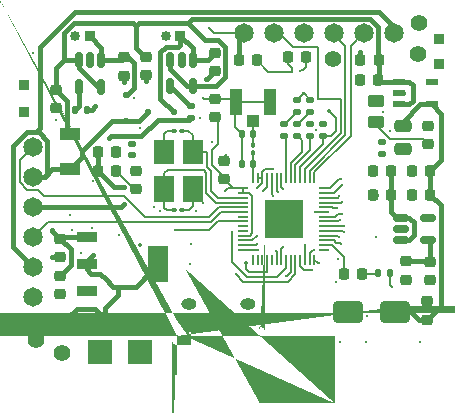
<source format=gbr>
%TF.GenerationSoftware,KiCad,Pcbnew,9.0.2*%
%TF.CreationDate,2025-07-25T10:59:27-07:00*%
%TF.ProjectId,OuterBoard_4.2,4f757465-7242-46f6-9172-645f342e322e,rev?*%
%TF.SameCoordinates,Original*%
%TF.FileFunction,Copper,L6,Bot*%
%TF.FilePolarity,Positive*%
%FSLAX46Y46*%
G04 Gerber Fmt 4.6, Leading zero omitted, Abs format (unit mm)*
G04 Created by KiCad (PCBNEW 9.0.2) date 2025-07-25 10:59:27*
%MOMM*%
%LPD*%
G01*
G04 APERTURE LIST*
G04 Aperture macros list*
%AMRoundRect*
0 Rectangle with rounded corners*
0 $1 Rounding radius*
0 $2 $3 $4 $5 $6 $7 $8 $9 X,Y pos of 4 corners*
0 Add a 4 corners polygon primitive as box body*
4,1,4,$2,$3,$4,$5,$6,$7,$8,$9,$2,$3,0*
0 Add four circle primitives for the rounded corners*
1,1,$1+$1,$2,$3*
1,1,$1+$1,$4,$5*
1,1,$1+$1,$6,$7*
1,1,$1+$1,$8,$9*
0 Add four rect primitives between the rounded corners*
20,1,$1+$1,$2,$3,$4,$5,0*
20,1,$1+$1,$4,$5,$6,$7,0*
20,1,$1+$1,$6,$7,$8,$9,0*
20,1,$1+$1,$8,$9,$2,$3,0*%
%AMFreePoly0*
4,1,123,1.203536,0.778536,1.205000,0.775000,1.205000,-0.775000,1.203536,-0.778536,1.200000,-0.780000,0.055000,-0.780000,0.054808,-0.779996,0.028808,-0.778996,0.028617,-0.778985,0.002617,-0.776985,0.002427,-0.776967,-0.023573,-0.773967,-0.023944,-0.773910,-0.049944,-0.768910,-0.050167,-0.768862,-0.075167,-0.762862,-0.075300,-0.762828,-0.101300,-0.755828,-0.101756,-0.755682,-0.125756,-0.746682,
-0.125923,-0.746615,-0.149923,-0.736615,-0.150083,-0.736545,-0.174083,-0.725545,-0.174460,-0.725353,-0.197460,-0.712353,-0.197684,-0.712218,-0.241684,-0.684218,-0.242030,-0.683977,-0.263030,-0.667977,-0.263238,-0.667810,-0.283238,-0.650810,-0.283439,-0.650630,-0.302439,-0.632630,-0.302630,-0.632439,-0.320630,-0.613439,-0.320810,-0.613238,-0.337810,-0.593238,-0.337977,-0.593030,-0.353977,-0.572030,
-0.354218,-0.571684,-0.382218,-0.527684,-0.382353,-0.527460,-0.395353,-0.504460,-0.395545,-0.504083,-0.406545,-0.480083,-0.406615,-0.479923,-0.416615,-0.455923,-0.416682,-0.455756,-0.425682,-0.431756,-0.425828,-0.431300,-0.432828,-0.405300,-0.432862,-0.405167,-0.438862,-0.380167,-0.438910,-0.379944,-0.443910,-0.353944,-0.443967,-0.353573,-0.446967,-0.327573,-0.446985,-0.327383,-0.448985,-0.301383,
-0.448996,-0.301192,-0.449996,-0.275192,-0.450000,-0.275000,-0.450000,0.275000,-0.449996,0.275192,-0.448996,0.301192,-0.448985,0.301383,-0.446985,0.327383,-0.446967,0.327573,-0.443967,0.353573,-0.443910,0.353944,-0.438910,0.379944,-0.438862,0.380167,-0.432862,0.405167,-0.432828,0.405300,-0.425828,0.431300,-0.425682,0.431756,-0.416682,0.455756,-0.416615,0.455923,-0.406615,0.479923,
-0.406545,0.480083,-0.395545,0.504083,-0.395353,0.504460,-0.382353,0.527460,-0.382218,0.527684,-0.354218,0.571684,-0.353977,0.572030,-0.337977,0.593030,-0.337810,0.593238,-0.320810,0.613238,-0.320630,0.613439,-0.302630,0.632439,-0.302439,0.632630,-0.283439,0.650630,-0.283238,0.650810,-0.263238,0.667810,-0.263030,0.667977,-0.242030,0.683977,-0.241684,0.684218,-0.197684,0.712218,
-0.197460,0.712353,-0.174460,0.725353,-0.174083,0.725545,-0.150083,0.736545,-0.149923,0.736615,-0.125923,0.746615,-0.125756,0.746682,-0.101756,0.755682,-0.101300,0.755828,-0.075300,0.762828,-0.075167,0.762862,-0.050167,0.768862,-0.049944,0.768910,-0.023944,0.773910,-0.023573,0.773967,0.002427,0.776967,0.002617,0.776985,0.028617,0.778985,0.028808,0.778996,0.054808,0.779996,
0.055000,0.780000,1.200000,0.780000,1.203536,0.778536,1.203536,0.778536,$1*%
%AMFreePoly1*
4,1,123,-0.054808,0.779996,-0.028808,0.778996,-0.028617,0.778985,-0.002617,0.776985,-0.002427,0.776967,0.023573,0.773967,0.023944,0.773910,0.049944,0.768910,0.050167,0.768862,0.075167,0.762862,0.075300,0.762828,0.101300,0.755828,0.101756,0.755682,0.125756,0.746682,0.125923,0.746615,0.149923,0.736615,0.150083,0.736545,0.174083,0.725545,0.174460,0.725353,0.197460,0.712353,
0.197684,0.712218,0.241684,0.684218,0.242030,0.683977,0.263030,0.667977,0.263238,0.667810,0.283238,0.650810,0.283439,0.650630,0.302439,0.632630,0.302630,0.632439,0.320630,0.613439,0.320810,0.613238,0.337810,0.593238,0.337977,0.593030,0.353977,0.572030,0.354218,0.571684,0.382218,0.527684,0.382353,0.527460,0.395353,0.504460,0.395545,0.504083,0.406545,0.480083,
0.406615,0.479923,0.416615,0.455923,0.416682,0.455756,0.425682,0.431756,0.425828,0.431300,0.432828,0.405300,0.432862,0.405167,0.438862,0.380167,0.438910,0.379944,0.443910,0.353944,0.443967,0.353573,0.446967,0.327573,0.446985,0.327383,0.448985,0.301383,0.448996,0.301192,0.449996,0.275192,0.450000,0.275000,0.450000,-0.275000,0.449996,-0.275192,0.448996,-0.301192,
0.448985,-0.301383,0.446985,-0.327383,0.446967,-0.327573,0.443967,-0.353573,0.443910,-0.353944,0.438910,-0.379944,0.438862,-0.380167,0.432862,-0.405167,0.432828,-0.405300,0.425828,-0.431300,0.425682,-0.431756,0.416682,-0.455756,0.416615,-0.455923,0.406615,-0.479923,0.406545,-0.480083,0.395545,-0.504083,0.395353,-0.504460,0.382353,-0.527460,0.382218,-0.527684,0.354218,-0.571684,
0.353977,-0.572030,0.337977,-0.593030,0.337810,-0.593238,0.320810,-0.613238,0.320630,-0.613439,0.302630,-0.632439,0.302439,-0.632630,0.283439,-0.650630,0.283238,-0.650810,0.263238,-0.667810,0.263030,-0.667977,0.242030,-0.683977,0.241684,-0.684218,0.197684,-0.712218,0.197460,-0.712353,0.174460,-0.725353,0.174083,-0.725545,0.150083,-0.736545,0.149923,-0.736615,0.125923,-0.746615,
0.125756,-0.746682,0.101756,-0.755682,0.101300,-0.755828,0.075300,-0.762828,0.075167,-0.762862,0.050167,-0.768862,0.049944,-0.768910,0.023944,-0.773910,0.023573,-0.773967,-0.002427,-0.776967,-0.002617,-0.776985,-0.028617,-0.778985,-0.028808,-0.778996,-0.054808,-0.779996,-0.055000,-0.780000,-1.200000,-0.780000,-1.203536,-0.778536,-1.205000,-0.775000,-1.205000,0.775000,-1.203536,0.778536,
-1.200000,0.780000,-0.055000,0.780000,-0.054808,0.779996,-0.054808,0.779996,$1*%
G04 Aperture macros list end*
%TA.AperFunction,ComponentPad*%
%ADD10C,1.408000*%
%TD*%
%TA.AperFunction,ComponentPad*%
%ADD11C,1.650000*%
%TD*%
%TA.AperFunction,ComponentPad*%
%ADD12R,0.850000X0.850000*%
%TD*%
%TA.AperFunction,ComponentPad*%
%ADD13R,2.000000X2.000000*%
%TD*%
%TA.AperFunction,ComponentPad*%
%ADD14C,0.850000*%
%TD*%
%TA.AperFunction,ComponentPad*%
%ADD15FreePoly0,0.000000*%
%TD*%
%TA.AperFunction,ComponentPad*%
%ADD16FreePoly1,0.000000*%
%TD*%
%TA.AperFunction,ComponentPad*%
%ADD17O,1.300000X0.950000*%
%TD*%
%TA.AperFunction,SMDPad,CuDef*%
%ADD18RoundRect,0.225000X-0.225000X-0.250000X0.225000X-0.250000X0.225000X0.250000X-0.225000X0.250000X0*%
%TD*%
%TA.AperFunction,SMDPad,CuDef*%
%ADD19RoundRect,0.225000X0.225000X0.250000X-0.225000X0.250000X-0.225000X-0.250000X0.225000X-0.250000X0*%
%TD*%
%TA.AperFunction,SMDPad,CuDef*%
%ADD20RoundRect,0.100000X0.130000X0.100000X-0.130000X0.100000X-0.130000X-0.100000X0.130000X-0.100000X0*%
%TD*%
%TA.AperFunction,SMDPad,CuDef*%
%ADD21RoundRect,0.225000X-0.250000X0.225000X-0.250000X-0.225000X0.250000X-0.225000X0.250000X0.225000X0*%
%TD*%
%TA.AperFunction,SMDPad,CuDef*%
%ADD22RoundRect,0.225000X0.250000X-0.225000X0.250000X0.225000X-0.250000X0.225000X-0.250000X-0.225000X0*%
%TD*%
%TA.AperFunction,SMDPad,CuDef*%
%ADD23R,1.050000X2.200000*%
%TD*%
%TA.AperFunction,SMDPad,CuDef*%
%ADD24R,1.050000X1.000000*%
%TD*%
%TA.AperFunction,SMDPad,CuDef*%
%ADD25R,1.803400X1.117600*%
%TD*%
%TA.AperFunction,SMDPad,CuDef*%
%ADD26RoundRect,0.250000X-0.475000X0.250000X-0.475000X-0.250000X0.475000X-0.250000X0.475000X0.250000X0*%
%TD*%
%TA.AperFunction,SMDPad,CuDef*%
%ADD27RoundRect,0.150000X-0.150000X0.512500X-0.150000X-0.512500X0.150000X-0.512500X0.150000X0.512500X0*%
%TD*%
%TA.AperFunction,SMDPad,CuDef*%
%ADD28RoundRect,0.100000X-0.130000X-0.100000X0.130000X-0.100000X0.130000X0.100000X-0.130000X0.100000X0*%
%TD*%
%TA.AperFunction,SMDPad,CuDef*%
%ADD29RoundRect,0.135000X0.185000X-0.135000X0.185000X0.135000X-0.185000X0.135000X-0.185000X-0.135000X0*%
%TD*%
%TA.AperFunction,SMDPad,CuDef*%
%ADD30R,1.000000X0.599999*%
%TD*%
%TA.AperFunction,SMDPad,CuDef*%
%ADD31RoundRect,0.250000X-1.000000X-0.650000X1.000000X-0.650000X1.000000X0.650000X-1.000000X0.650000X0*%
%TD*%
%TA.AperFunction,SMDPad,CuDef*%
%ADD32RoundRect,0.218750X-0.218750X-0.256250X0.218750X-0.256250X0.218750X0.256250X-0.218750X0.256250X0*%
%TD*%
%TA.AperFunction,SMDPad,CuDef*%
%ADD33R,1.761200X0.850800*%
%TD*%
%TA.AperFunction,SMDPad,CuDef*%
%ADD34R,1.761200X3.150799*%
%TD*%
%TA.AperFunction,SMDPad,CuDef*%
%ADD35RoundRect,0.125000X-0.125000X-0.125000X0.125000X-0.125000X0.125000X0.125000X-0.125000X0.125000X0*%
%TD*%
%TA.AperFunction,SMDPad,CuDef*%
%ADD36RoundRect,0.135000X-0.185000X0.135000X-0.185000X-0.135000X0.185000X-0.135000X0.185000X0.135000X0*%
%TD*%
%TA.AperFunction,SMDPad,CuDef*%
%ADD37RoundRect,0.140000X0.170000X-0.140000X0.170000X0.140000X-0.170000X0.140000X-0.170000X-0.140000X0*%
%TD*%
%TA.AperFunction,SMDPad,CuDef*%
%ADD38RoundRect,0.250000X-0.450000X0.262500X-0.450000X-0.262500X0.450000X-0.262500X0.450000X0.262500X0*%
%TD*%
%TA.AperFunction,SMDPad,CuDef*%
%ADD39RoundRect,0.125000X0.125000X-0.125000X0.125000X0.125000X-0.125000X0.125000X-0.125000X-0.125000X0*%
%TD*%
%TA.AperFunction,SMDPad,CuDef*%
%ADD40RoundRect,0.100000X0.100000X-0.130000X0.100000X0.130000X-0.100000X0.130000X-0.100000X-0.130000X0*%
%TD*%
%TA.AperFunction,SMDPad,CuDef*%
%ADD41RoundRect,0.135000X-0.135000X-0.185000X0.135000X-0.185000X0.135000X0.185000X-0.135000X0.185000X0*%
%TD*%
%TA.AperFunction,SMDPad,CuDef*%
%ADD42R,1.682000X2.294000*%
%TD*%
%TA.AperFunction,SMDPad,CuDef*%
%ADD43R,1.682000X2.040000*%
%TD*%
%TA.AperFunction,SMDPad,CuDef*%
%ADD44RoundRect,0.140000X0.140000X0.170000X-0.140000X0.170000X-0.140000X-0.170000X0.140000X-0.170000X0*%
%TD*%
%TA.AperFunction,SMDPad,CuDef*%
%ADD45RoundRect,0.150000X-0.512500X-0.150000X0.512500X-0.150000X0.512500X0.150000X-0.512500X0.150000X0*%
%TD*%
%TA.AperFunction,SMDPad,CuDef*%
%ADD46RoundRect,0.050000X-0.050000X0.387500X-0.050000X-0.387500X0.050000X-0.387500X0.050000X0.387500X0*%
%TD*%
%TA.AperFunction,SMDPad,CuDef*%
%ADD47RoundRect,0.050000X-0.387500X0.050000X-0.387500X-0.050000X0.387500X-0.050000X0.387500X0.050000X0*%
%TD*%
%TA.AperFunction,HeatsinkPad*%
%ADD48R,3.200000X3.200000*%
%TD*%
%TA.AperFunction,ViaPad*%
%ADD49C,0.300000*%
%TD*%
%TA.AperFunction,ViaPad*%
%ADD50C,0.350000*%
%TD*%
%TA.AperFunction,Conductor*%
%ADD51C,0.400000*%
%TD*%
%TA.AperFunction,Conductor*%
%ADD52C,0.200000*%
%TD*%
G04 APERTURE END LIST*
D10*
%TO.P,J7,1,1*%
%TO.N,D4{slash}I2C_SDA*%
X151650000Y-76710000D03*
%TD*%
D11*
%TO.P,J2,1*%
%TO.N,GND*%
X136800000Y-77500000D03*
%TO.P,J2,2*%
%TO.N,D8{slash}A8{slash}SCK*%
X139340000Y-77500000D03*
%TO.P,J2,3*%
%TO.N,GPIO34{slash}FSPICSO*%
X141880000Y-77500000D03*
%TO.P,J2,4*%
%TO.N,D9{slash}A9{slash}MISO*%
X144420000Y-77500000D03*
%TO.P,J2,5*%
%TO.N,D10{slash}A10{slash}MOSI*%
X146960000Y-77500000D03*
%TO.P,J2,6*%
%TO.N,VAA*%
X149500000Y-77500000D03*
%TD*%
D10*
%TO.P,J8,1,1*%
%TO.N,GND*%
X121370000Y-104620000D03*
%TD*%
D12*
%TO.P,TP3,1,1*%
%TO.N,D1{slash}A1*%
X118220000Y-84170000D03*
%TD*%
%TO.P,TP5,1,1*%
%TO.N,D0{slash}A0*%
X118210000Y-81930000D03*
%TD*%
D10*
%TO.P,J5,1,1*%
%TO.N,+3.3V*%
X119200000Y-103470000D03*
%TD*%
D13*
%TO.P,TP1,1,1*%
%TO.N,Net-(D1-K)*%
X124620000Y-104540000D03*
%TD*%
D12*
%TO.P,TP6,1,1*%
%TO.N,GND*%
X153370000Y-80170000D03*
%TD*%
%TO.P,J3,1,1*%
%TO.N,+BATT1*%
X123750000Y-77770000D03*
D14*
%TO.P,J3,2,2*%
%TO.N,GNDPWR*%
X122500000Y-77770000D03*
%TD*%
D10*
%TO.P,J9,1,1*%
%TO.N,D5{slash}I2C_SCL*%
X151550000Y-79290000D03*
%TD*%
D12*
%TO.P,J4,1,1*%
%TO.N,+BATT2*%
X131440000Y-77740000D03*
D14*
%TO.P,J4,2,2*%
%TO.N,GNDPWR*%
X130190000Y-77740000D03*
%TD*%
D13*
%TO.P,TP2,1,1*%
%TO.N,Net-(D2-K)*%
X128030000Y-104540000D03*
%TD*%
D12*
%TO.P,TP4,1,1*%
%TO.N,+3.3V*%
X153310000Y-78030000D03*
%TD*%
D15*
%TO.P,J6,SH1,SHIELD*%
%TO.N,unconnected-(J6-SHIELD-PadSH1)*%
X131150000Y-103140000D03*
D16*
%TO.P,J6,SH4,SHIELD__3*%
%TO.N,unconnected-(J6-SHIELD__3-PadSH4)*%
X138150000Y-103140000D03*
D17*
%TO.P,J6,SH5,SHIELD__4*%
%TO.N,unconnected-(J6-SHIELD__4-PadSH5)*%
X132150000Y-100440000D03*
%TO.P,J6,SH6,SHIELD__5*%
%TO.N,unconnected-(J6-SHIELD__5-PadSH6)*%
X137150000Y-100440000D03*
%TD*%
D10*
%TO.P,J11,1,1*%
%TO.N,GND*%
X144360000Y-79710000D03*
%TD*%
D11*
%TO.P,J1,1*%
%TO.N,GNDPWR*%
X118940000Y-99830000D03*
%TO.P,J1,2*%
%TO.N,VAA*%
X118940000Y-97290000D03*
%TO.P,J1,3*%
%TO.N,GPIO45*%
X118940000Y-94750000D03*
%TO.P,J1,4*%
%TO.N,GNDPWR*%
X118940000Y-92210000D03*
%TO.P,J1,5*%
%TO.N,VAA*%
X118940000Y-89670000D03*
%TO.P,J1,6*%
%TO.N,GPIO46*%
X118940000Y-87130000D03*
%TD*%
D18*
%TO.P,C16,1*%
%TO.N,+3.3V*%
X121765000Y-101750000D03*
%TO.P,C16,2*%
%TO.N,GND*%
X123315000Y-101750000D03*
%TD*%
D19*
%TO.P,C27,1*%
%TO.N,+2V8*%
X152600000Y-91200000D03*
%TO.P,C27,2*%
%TO.N,GND*%
X151050000Y-91200000D03*
%TD*%
D20*
%TO.P,C43,1*%
%TO.N,Net-(U9-XTAL_P)*%
X131575000Y-85820000D03*
%TO.P,C43,2*%
%TO.N,GND*%
X130935000Y-85820000D03*
%TD*%
D21*
%TO.P,C7,1*%
%TO.N,VDC*%
X128550000Y-79560000D03*
%TO.P,C7,2*%
%TO.N,GND*%
X128550000Y-81110000D03*
%TD*%
D22*
%TO.P,C9,1*%
%TO.N,+2V8*%
X152320000Y-101785000D03*
%TO.P,C9,2*%
%TO.N,GND*%
X152320000Y-100235000D03*
%TD*%
%TO.P,C40,1*%
%TO.N,+3.3V*%
X127640000Y-90720000D03*
%TO.P,C40,2*%
%TO.N,GND*%
X127640000Y-89170000D03*
%TD*%
D23*
%TO.P,ANT1,GND1*%
%TO.N,GND*%
X139060600Y-83399800D03*
%TO.P,ANT1,GND2*%
X136110600Y-83399800D03*
D24*
%TO.P,ANT1,SIG*%
%TO.N,Net-(ANT1-PadSIG)*%
X137585600Y-84924800D03*
%TD*%
D22*
%TO.P,C39,1*%
%TO.N,+3.3V*%
X134340000Y-84655000D03*
%TO.P,C39,2*%
%TO.N,GND*%
X134340000Y-83105000D03*
%TD*%
D25*
%TO.P,F1,1,1*%
%TO.N,VDC*%
X122070000Y-86071400D03*
%TO.P,F1,2,2*%
%TO.N,VAA*%
X122070000Y-89068600D03*
%TD*%
D21*
%TO.P,C24,1*%
%TO.N,+1V8*%
X150550000Y-96860000D03*
%TO.P,C24,2*%
%TO.N,GND*%
X150550000Y-98410000D03*
%TD*%
D19*
%TO.P,C20,1*%
%TO.N,VDC*%
X148175000Y-81530000D03*
%TO.P,C20,2*%
%TO.N,GND*%
X146625000Y-81530000D03*
%TD*%
%TO.P,C21,1*%
%TO.N,VDC*%
X149295000Y-91190000D03*
%TO.P,C21,2*%
%TO.N,GND*%
X147745000Y-91190000D03*
%TD*%
D26*
%TO.P,FB1,1*%
%TO.N,+2V8*%
X150260000Y-85400000D03*
%TO.P,FB1,2*%
%TO.N,Net-(FB1-Pad2)*%
X150260000Y-87300000D03*
%TD*%
D22*
%TO.P,C37,1*%
%TO.N,+3.3V*%
X135110000Y-89875000D03*
%TO.P,C37,2*%
%TO.N,GND*%
X135110000Y-88325000D03*
%TD*%
D27*
%TO.P,U3,1,CE*%
%TO.N,VDC*%
X130590000Y-79762500D03*
%TO.P,U3,2,V_{SS}*%
%TO.N,GNDPWR*%
X131540000Y-79762500D03*
%TO.P,U3,3,V_{BAT}*%
%TO.N,+BATT2*%
X132490000Y-79762500D03*
%TO.P,U3,4,V_{DD}*%
%TO.N,VDC*%
X132490000Y-82037500D03*
%TO.P,U3,5,PROG*%
%TO.N,Net-(U3-PROG)*%
X130590000Y-82037500D03*
%TD*%
D21*
%TO.P,C11,1*%
%TO.N,VDC*%
X121270000Y-94915000D03*
%TO.P,C11,2*%
%TO.N,GND*%
X121270000Y-96465000D03*
%TD*%
%TO.P,C8,1*%
%TO.N,+BATT2*%
X134350000Y-79195000D03*
%TO.P,C8,2*%
%TO.N,GNDPWR*%
X134350000Y-80745000D03*
%TD*%
D28*
%TO.P,C45,1*%
%TO.N,Net-(U9-XTAL_N)*%
X130930000Y-92500000D03*
%TO.P,C45,2*%
%TO.N,GND*%
X131570000Y-92500000D03*
%TD*%
D29*
%TO.P,R3,1*%
%TO.N,D3{slash}A3*%
X141340000Y-86200000D03*
%TO.P,R3,2*%
%TO.N,BNO_SCL*%
X141340000Y-85180000D03*
%TD*%
D30*
%TO.P,U7,1,IN*%
%TO.N,VDC*%
X149954999Y-83550001D03*
%TO.P,U7,2,GND*%
%TO.N,GND*%
X149954999Y-82600000D03*
%TO.P,U7,3,EN*%
%TO.N,VDC*%
X149954999Y-81650002D03*
%TO.P,U7,4,NC*%
%TO.N,unconnected-(U7-NC-Pad4)*%
X152704999Y-81650002D03*
%TO.P,U7,5,OUT*%
%TO.N,+2V8*%
X152704999Y-83550001D03*
%TD*%
D31*
%TO.P,D7,1,K*%
%TO.N,Net-(D7-K)*%
X145600000Y-101130000D03*
%TO.P,D7,2,A*%
%TO.N,+2V8*%
X149600000Y-101130000D03*
%TD*%
D29*
%TO.P,R20,1*%
%TO.N,D5{slash}I2C_SCL*%
X143510000Y-86210000D03*
%TO.P,R20,2*%
%TO.N,BNO_RST*%
X143510000Y-85190000D03*
%TD*%
D32*
%TO.P,D9,1,K*%
%TO.N,IO21{slash}USER_LED*%
X145265000Y-97910000D03*
%TO.P,D9,2,A*%
%TO.N,Net-(D9-A)*%
X146840000Y-97910000D03*
%TD*%
D33*
%TO.P,U4,1,ADJ/GND*%
%TO.N,GND*%
X123505000Y-99400000D03*
%TO.P,U4,2,OUTPUT*%
%TO.N,+3.3V*%
X123505000Y-97100000D03*
%TO.P,U4,3,INPUT*%
%TO.N,VDC*%
X123505000Y-94800000D03*
D34*
%TO.P,U4,4,VOUT*%
%TO.N,+3.3V*%
X129555000Y-97100000D03*
%TD*%
D21*
%TO.P,C4,1*%
%TO.N,+BATT1*%
X126660000Y-79575000D03*
%TO.P,C4,2*%
%TO.N,GNDPWR*%
X126660000Y-81125000D03*
%TD*%
%TO.P,C26,1*%
%TO.N,+1V8*%
X152560000Y-96870000D03*
%TO.P,C26,2*%
%TO.N,GND*%
X152560000Y-98420000D03*
%TD*%
D35*
%TO.P,D11,1,K*%
%TO.N,VAA*%
X128682500Y-84210000D03*
%TO.P,D11,2,A*%
%TO.N,+BATT2*%
X130882500Y-84210000D03*
%TD*%
D36*
%TO.P,R4,1*%
%TO.N,Net-(U3-PROG)*%
X132330000Y-83710000D03*
%TO.P,R4,2*%
%TO.N,GNDPWR*%
X132330000Y-84730000D03*
%TD*%
D29*
%TO.P,R5,1*%
%TO.N,Net-(J10-Pad17)*%
X148470000Y-87790000D03*
%TO.P,R5,2*%
%TO.N,GND*%
X148470000Y-86770000D03*
%TD*%
D19*
%TO.P,C25,1*%
%TO.N,+2V8*%
X152600000Y-89190000D03*
%TO.P,C25,2*%
%TO.N,GND*%
X151050000Y-89190000D03*
%TD*%
D37*
%TO.P,C41,1*%
%TO.N,+3.3V*%
X127350000Y-87860000D03*
%TO.P,C41,2*%
%TO.N,GND*%
X127350000Y-86900000D03*
%TD*%
D19*
%TO.P,C36,1*%
%TO.N,+3.3V*%
X125980000Y-89200000D03*
%TO.P,C36,2*%
%TO.N,GND*%
X124430000Y-89200000D03*
%TD*%
%TO.P,C18,1*%
%TO.N,+3.3V*%
X137945000Y-79840000D03*
%TO.P,C18,2*%
%TO.N,GND*%
X136395000Y-79840000D03*
%TD*%
D38*
%TO.P,R10,1*%
%TO.N,+3.3V*%
X148000000Y-83257500D03*
%TO.P,R10,2*%
%TO.N,CAM_RESET*%
X148000000Y-85082500D03*
%TD*%
D19*
%TO.P,C22,1*%
%TO.N,VDC*%
X148220000Y-79820000D03*
%TO.P,C22,2*%
%TO.N,GND*%
X146670000Y-79820000D03*
%TD*%
D39*
%TO.P,D10,1,K*%
%TO.N,VAA*%
X126870000Y-84987500D03*
%TO.P,D10,2,A*%
%TO.N,+BATT1*%
X126870000Y-82787500D03*
%TD*%
D40*
%TO.P,L1,1,1*%
%TO.N,Net-(U9-LNA_IN)*%
X137585600Y-87644800D03*
%TO.P,L1,2,2*%
%TO.N,Net-(ANT1-PadSIG)*%
X137585600Y-87004800D03*
%TD*%
D41*
%TO.P,R15,1*%
%TO.N,Net-(D9-A)*%
X148202500Y-97850000D03*
%TO.P,R15,2*%
%TO.N,+3.3V*%
X149222500Y-97850000D03*
%TD*%
D42*
%TO.P,Y2,1,1*%
%TO.N,Net-(U9-XTAL_N)*%
X130078000Y-90747000D03*
D43*
%TO.P,Y2,2,GND*%
%TO.N,GND*%
X130078000Y-87580000D03*
%TO.P,Y2,3,3*%
%TO.N,Net-(U9-XTAL_P)*%
X132460000Y-87580000D03*
D42*
%TO.P,Y2,4,GND*%
%TO.N,GND*%
X132460000Y-90747000D03*
%TD*%
D29*
%TO.P,R2,1*%
%TO.N,D4{slash}I2C_SDA*%
X142410000Y-86210000D03*
%TO.P,R2,2*%
%TO.N,BNO_INT*%
X142410000Y-85190000D03*
%TD*%
D44*
%TO.P,C35,1*%
%TO.N,Net-(U9-LNA_IN)*%
X137580000Y-88580000D03*
%TO.P,C35,2*%
%TO.N,GND*%
X136620000Y-88580000D03*
%TD*%
D45*
%TO.P,U5,1,VIN*%
%TO.N,VDC*%
X150122500Y-95040000D03*
%TO.P,U5,2,GND*%
%TO.N,GND*%
X150122500Y-94090000D03*
%TO.P,U5,3,EN*%
%TO.N,VDC*%
X150122500Y-93140000D03*
%TO.P,U5,4,NC*%
%TO.N,unconnected-(U5-NC-Pad4)*%
X152397500Y-93140000D03*
%TO.P,U5,5,VOUT*%
%TO.N,+1V8*%
X152397500Y-95040000D03*
%TD*%
D21*
%TO.P,C10,1*%
%TO.N,VDC*%
X121200000Y-98095000D03*
%TO.P,C10,2*%
%TO.N,GND*%
X121200000Y-99645000D03*
%TD*%
D41*
%TO.P,R1,1*%
%TO.N,Net-(U1-PROG)*%
X122510000Y-84050000D03*
%TO.P,R1,2*%
%TO.N,GNDPWR*%
X123530000Y-84050000D03*
%TD*%
D21*
%TO.P,C3,1*%
%TO.N,VDC*%
X120890000Y-82300000D03*
%TO.P,C3,2*%
%TO.N,GND*%
X120890000Y-83850000D03*
%TD*%
D19*
%TO.P,C19,1*%
%TO.N,VDC*%
X149280000Y-89220000D03*
%TO.P,C19,2*%
%TO.N,GND*%
X147730000Y-89220000D03*
%TD*%
D18*
%TO.P,C17,1*%
%TO.N,+3.3V*%
X140510000Y-79550000D03*
%TO.P,C17,2*%
%TO.N,GND*%
X142060000Y-79550000D03*
%TD*%
D29*
%TO.P,R19,1*%
%TO.N,D2{slash}A2*%
X140230000Y-86200000D03*
%TO.P,R19,2*%
%TO.N,BNO_SDA*%
X140230000Y-85180000D03*
%TD*%
D18*
%TO.P,C13,1*%
%TO.N,+3.3V*%
X125100000Y-101770000D03*
%TO.P,C13,2*%
%TO.N,GND*%
X126650000Y-101770000D03*
%TD*%
D27*
%TO.P,U1,1,CE*%
%TO.N,VDC*%
X122840000Y-79772500D03*
%TO.P,U1,2,V_{SS}*%
%TO.N,GNDPWR*%
X123790000Y-79772500D03*
%TO.P,U1,3,V_{BAT}*%
%TO.N,+BATT1*%
X124740000Y-79772500D03*
%TO.P,U1,4,V_{DD}*%
%TO.N,VDC*%
X124740000Y-82047500D03*
%TO.P,U1,5,PROG*%
%TO.N,Net-(U1-PROG)*%
X122840000Y-82047500D03*
%TD*%
D44*
%TO.P,C33,1*%
%TO.N,Net-(ANT1-PadSIG)*%
X137590000Y-86064800D03*
%TO.P,C33,2*%
%TO.N,GND*%
X136630000Y-86064800D03*
%TD*%
D36*
%TO.P,R12,1*%
%TO.N,+3.3V*%
X141320000Y-83170000D03*
%TO.P,R12,2*%
%TO.N,BNO_SDA*%
X141320000Y-84190000D03*
%TD*%
D19*
%TO.P,C34,1*%
%TO.N,+3.3V*%
X125995000Y-87570000D03*
%TO.P,C34,2*%
%TO.N,GND*%
X124445000Y-87570000D03*
%TD*%
D36*
%TO.P,R11,1*%
%TO.N,+3.3V*%
X142440000Y-83190000D03*
%TO.P,R11,2*%
%TO.N,BNO_SCL*%
X142440000Y-84210000D03*
%TD*%
D22*
%TO.P,C15,1*%
%TO.N,CAM_RESET*%
X152430000Y-86925000D03*
%TO.P,C15,2*%
%TO.N,GND*%
X152430000Y-85375000D03*
%TD*%
D46*
%TO.P,U9,1,LNA_IN*%
%TO.N,Net-(U9-LNA_IN)*%
X137580000Y-89832500D03*
%TO.P,U9,2,VDD3P3*%
%TO.N,Net-(C38-Pad1)*%
X137980000Y-89832500D03*
%TO.P,U9,3,VDD3P3*%
X138380000Y-89832500D03*
%TO.P,U9,4,CHIP_PU*%
%TO.N,CHIP_EN*%
X138780000Y-89832500D03*
%TO.P,U9,5,GPIO0*%
%TO.N,GPIO0*%
X139180000Y-89832500D03*
%TO.P,U9,6,GPIO1*%
%TO.N,D0{slash}A0*%
X139580000Y-89832500D03*
%TO.P,U9,7,GPIO2*%
%TO.N,D1{slash}A1*%
X139980000Y-89832500D03*
%TO.P,U9,8,GPIO3*%
%TO.N,D2{slash}A2*%
X140380000Y-89832500D03*
%TO.P,U9,9,GPIO4*%
%TO.N,D3{slash}A3*%
X140780000Y-89832500D03*
%TO.P,U9,10,GPIO5*%
%TO.N,D4{slash}I2C_SDA*%
X141180000Y-89832500D03*
%TO.P,U9,11,GPIO6*%
%TO.N,D5{slash}I2C_SCL*%
X141580000Y-89832500D03*
%TO.P,U9,12,GPIO7*%
%TO.N,D8{slash}A8{slash}SCK*%
X141980000Y-89832500D03*
%TO.P,U9,13,GPIO8*%
%TO.N,D9{slash}A9{slash}MISO*%
X142380000Y-89832500D03*
%TO.P,U9,14,GPIO9*%
%TO.N,D10{slash}A10{slash}MOSI*%
X142780000Y-89832500D03*
D47*
%TO.P,U9,15,GPIO10*%
%TO.N,IO10{slash}XMCLK*%
X143617500Y-90670000D03*
%TO.P,U9,16,GPIO11*%
%TO.N,IO11{slash}DVP_Y8*%
X143617500Y-91070000D03*
%TO.P,U9,17,GPIO12*%
%TO.N,IO12{slash}DVP_Y7*%
X143617500Y-91470000D03*
%TO.P,U9,18,GPIO13*%
%TO.N,IO13{slash}DVP_PCLK*%
X143617500Y-91870000D03*
%TO.P,U9,19,GPIO14*%
%TO.N,IO14{slash}DVP_Y6*%
X143617500Y-92270000D03*
%TO.P,U9,20,VDD3P3_RTC*%
%TO.N,+3.3V*%
X143617500Y-92670000D03*
%TO.P,U9,21,XTAL_32K_P*%
%TO.N,IO15{slash}DVP_Y2*%
X143617500Y-93070000D03*
%TO.P,U9,22,XTAL_32K_N*%
%TO.N,IO16{slash}DVP_Y5*%
X143617500Y-93470000D03*
%TO.P,U9,23,GPIO17*%
%TO.N,IO17{slash}DVP_Y3*%
X143617500Y-93870000D03*
%TO.P,U9,24,GPIO18*%
%TO.N,IO18{slash}DVP_Y4*%
X143617500Y-94270000D03*
%TO.P,U9,25,GPIO19*%
%TO.N,USB_DN*%
X143617500Y-94670000D03*
%TO.P,U9,26,GPIO20*%
%TO.N,USB_DP*%
X143617500Y-95070000D03*
%TO.P,U9,27,GPIO21*%
%TO.N,IO21{slash}USER_LED*%
X143617500Y-95470000D03*
%TO.P,U9,28,SPICS1*%
%TO.N,unconnected-(U9-SPICS1-Pad28)*%
X143617500Y-95870000D03*
D46*
%TO.P,U9,29,VDD_SPI*%
%TO.N,VDD_SPI*%
X142780000Y-96707500D03*
%TO.P,U9,30,SPIHD*%
%TO.N,SPIHD*%
X142380000Y-96707500D03*
%TO.P,U9,31,SPIWP*%
%TO.N,SPIWP*%
X141980000Y-96707500D03*
%TO.P,U9,32,SPICS0*%
%TO.N,SPICS0*%
X141580000Y-96707500D03*
%TO.P,U9,33,SPICLK*%
%TO.N,SPICLK*%
X141180000Y-96707500D03*
%TO.P,U9,34,SPIQ*%
%TO.N,SPIQ*%
X140780000Y-96707500D03*
%TO.P,U9,35,SPID*%
%TO.N,SPID*%
X140380000Y-96707500D03*
%TO.P,U9,36,SPICLK_N*%
%TO.N,IO48{slash}DVP_Y9*%
X139980000Y-96707500D03*
%TO.P,U9,37,SPICLK_P*%
%TO.N,IO47{slash}DVP_HREF*%
X139580000Y-96707500D03*
%TO.P,U9,38,GPIO33*%
%TO.N,GPIO33*%
X139180000Y-96707500D03*
%TO.P,U9,39,GPIO34*%
%TO.N,GPIO34{slash}FSPICSO*%
X138780000Y-96707500D03*
%TO.P,U9,40,GPIO35*%
%TO.N,GPIO35*%
X138380000Y-96707500D03*
%TO.P,U9,41,GPIO36*%
%TO.N,GPIO36*%
X137980000Y-96707500D03*
%TO.P,U9,42,GPIO37*%
%TO.N,GPIO37*%
X137580000Y-96707500D03*
D47*
%TO.P,U9,43,GPIO38*%
%TO.N,IO38{slash}DVP_VSYNC*%
X136742500Y-95870000D03*
%TO.P,U9,44,MTCK*%
%TO.N,MTCK{slash}IO39{slash}CAM_SCL*%
X136742500Y-95470000D03*
%TO.P,U9,45,MTDO*%
%TO.N,MTDO{slash}IO40{slash}CAM_SDA*%
X136742500Y-95070000D03*
%TO.P,U9,46,VDD3P3_CPU*%
%TO.N,+3.3V*%
X136742500Y-94670000D03*
%TO.P,U9,47,MTDI*%
%TO.N,MTDI{slash}IO41{slash}PDM_DATA*%
X136742500Y-94270000D03*
%TO.P,U9,48,MTMS*%
%TO.N,MTMS{slash}IO42{slash}PDM_CLK*%
X136742500Y-93870000D03*
%TO.P,U9,49,U0TXD*%
%TO.N,Net-(U9-U0TXD)*%
X136742500Y-93470000D03*
%TO.P,U9,50,U0RXD*%
%TO.N,RX_D7*%
X136742500Y-93070000D03*
%TO.P,U9,51,GPIO45*%
%TO.N,GPIO45*%
X136742500Y-92670000D03*
%TO.P,U9,52,GPIO46*%
%TO.N,GPIO46*%
X136742500Y-92270000D03*
%TO.P,U9,53,XTAL_N*%
%TO.N,Net-(U9-XTAL_N)*%
X136742500Y-91870000D03*
%TO.P,U9,54,XTAL_P*%
%TO.N,Net-(U9-XTAL_P)*%
X136742500Y-91470000D03*
%TO.P,U9,55,VDDA*%
%TO.N,+3.3V*%
X136742500Y-91070000D03*
%TO.P,U9,56,VDDA*%
X136742500Y-90670000D03*
D48*
%TO.P,U9,57,GND*%
%TO.N,GND*%
X140180000Y-93270000D03*
%TD*%
D49*
%TO.N,GND*%
X150257000Y-82600000D03*
D50*
X128000000Y-95500000D03*
D49*
X146620000Y-81530000D03*
X141572200Y-93995000D03*
X152560000Y-98420000D03*
X151680000Y-103640000D03*
X136630000Y-88560000D03*
X136630000Y-86070000D03*
X127530000Y-83050000D03*
X147990000Y-91190000D03*
X126650000Y-90550000D03*
X141520000Y-93250000D03*
X151050000Y-89190000D03*
X130078000Y-87580000D03*
X135940000Y-101650000D03*
X133330000Y-91950000D03*
X148010000Y-94780000D03*
X132270000Y-97050000D03*
X144600000Y-98600000D03*
X120939998Y-99645000D03*
X144756624Y-96658376D03*
X123970000Y-93999598D03*
X152330000Y-100230000D03*
X133370000Y-83060000D03*
X147949002Y-89220000D03*
X133850000Y-77120000D03*
X127342038Y-86909301D03*
X120880000Y-83850000D03*
X126660000Y-101760000D03*
X123520000Y-99400000D03*
X150540000Y-98410000D03*
X135296200Y-87806200D03*
X148480000Y-86770000D03*
X132360000Y-95410000D03*
X120590000Y-96450000D03*
X150110000Y-94080000D03*
X141560000Y-80760000D03*
X151050000Y-91200000D03*
X129220000Y-92280000D03*
X122980000Y-96120000D03*
X144910000Y-103640000D03*
X118965000Y-79250000D03*
X128550000Y-81600000D03*
X147150000Y-103660000D03*
X140770000Y-94540000D03*
X127780000Y-89331202D03*
X146680000Y-79110000D03*
X140370000Y-103640000D03*
X133370000Y-83060000D03*
X123320000Y-101750000D03*
X152430000Y-85370000D03*
X127989606Y-85556242D03*
%TO.N,VCC*%
X126200000Y-94590000D03*
X124018969Y-90023849D03*
%TO.N,+2V8*%
X152704999Y-83550001D03*
X152600000Y-89190000D03*
%TO.N,VDC*%
X149954999Y-83550001D03*
X120890000Y-82300000D03*
X122145000Y-97150000D03*
X150122500Y-95040000D03*
X120600000Y-94200000D03*
%TO.N,Net-(D7-K)*%
X145760303Y-101130000D03*
%TO.N,+3.3V*%
X127640000Y-90720000D03*
D50*
X129540000Y-96120000D03*
D49*
X140860000Y-80785000D03*
X142110000Y-105320000D03*
X122279203Y-94225000D03*
X149359655Y-99011000D03*
X125995000Y-87570000D03*
X123865000Y-97890000D03*
X141000000Y-105290000D03*
X142800000Y-92630000D03*
D50*
X129570000Y-98160000D03*
D49*
X141835000Y-82610000D03*
D50*
X129555000Y-97100000D03*
D49*
X148000000Y-83257500D03*
X135200000Y-90930000D03*
X127350000Y-87831200D03*
X141835000Y-82610000D03*
X124030000Y-96270000D03*
%TO.N,CAM_RESET*%
X149177294Y-86500000D03*
%TO.N,+1V8*%
X152397500Y-95040000D03*
%TO.N,Net-(C38-Pad1)*%
X139299158Y-89050944D03*
X137920000Y-90670000D03*
%TO.N,Net-(D1-K)*%
X122100000Y-92940000D03*
X120870000Y-84900000D03*
%TO.N,Net-(FB1-Pad2)*%
X150260000Y-87300000D03*
X148553923Y-84228916D03*
%TO.N,USB_DP*%
X144990752Y-95354702D03*
%TO.N,USB_DN*%
X144848326Y-94823461D03*
%TO.N,MTDO{slash}IO40{slash}CAM_SDA*%
X137924000Y-94703820D03*
%TO.N,MTCK{slash}IO39{slash}CAM_SCL*%
X149177776Y-85800926D03*
X142958115Y-85686875D03*
X137950000Y-95349571D03*
%TO.N,IO38{slash}DVP_VSYNC*%
X138000078Y-95870152D03*
%TO.N,IO47{slash}DVP_HREF*%
X139530000Y-96000000D03*
%TO.N,IO48{slash}DVP_Y9*%
X140150000Y-95628093D03*
%TO.N,IO10{slash}XMCLK*%
X145017514Y-89850000D03*
%TO.N,IO11{slash}DVP_Y8*%
X145145454Y-90393813D03*
%TO.N,IO12{slash}DVP_Y7*%
X144860510Y-91350510D03*
%TO.N,IO13{slash}DVP_PCLK*%
X145110891Y-91840216D03*
%TO.N,IO14{slash}DVP_Y6*%
X144665000Y-92345000D03*
%TO.N,IO15{slash}DVP_Y2*%
X145130000Y-92820000D03*
%TO.N,IO16{slash}DVP_Y5*%
X144940224Y-93336225D03*
%TO.N,IO17{slash}DVP_Y3*%
X145328807Y-93820000D03*
%TO.N,IO18{slash}DVP_Y4*%
X145245607Y-94363674D03*
%TO.N,CHIP_EN*%
X138400000Y-90900000D03*
X140389999Y-101485001D03*
%TO.N,BNO_SCL*%
X134110000Y-86720000D03*
X142375000Y-84209152D03*
%TO.N,BNO_SDA*%
X133130000Y-84720000D03*
X141320000Y-84190000D03*
%TO.N,BNO_INT*%
X132740000Y-92590000D03*
X142410000Y-85190000D03*
D50*
%TO.N,GPIO34{slash}FSPICSO*%
X137000000Y-96987034D03*
D49*
%TO.N,D1{slash}A1*%
X140146624Y-90691624D03*
%TO.N,D0{slash}A0*%
X139675188Y-90974910D03*
%TO.N,Net-(U9-U0TXD)*%
X131010000Y-94190000D03*
%TO.N,GPIO0*%
X139313367Y-91320001D03*
X147225000Y-101506501D03*
%TO.N,BNO_RST*%
X129715543Y-92605000D03*
X143510000Y-85190000D03*
D50*
%TO.N,D4{slash}I2C_SDA*%
X142410000Y-86210000D03*
%TO.N,D5{slash}I2C_SCL*%
X143990000Y-84080000D03*
D49*
%TO.N,VDD_SPI*%
X143170000Y-97020000D03*
%TO.N,SPIHD*%
X142780923Y-95895000D03*
%TO.N,SPIWP*%
X141980000Y-95445000D03*
%TO.N,SPICS0*%
X142610000Y-97570000D03*
%TO.N,SPICLK*%
X136140876Y-97935000D03*
%TO.N,SPIQ*%
X140369124Y-98085000D03*
%TO.N,SPID*%
X135830000Y-94400000D03*
%TO.N,GNDPWR*%
X133620000Y-81380000D03*
X126661447Y-92008553D03*
X125355000Y-86405000D03*
X124020000Y-92230000D03*
X123790000Y-79772500D03*
X131520000Y-79740000D03*
X124230000Y-83730000D03*
X126650000Y-81680000D03*
%TO.N,Net-(J10-Pad17)*%
X148616548Y-87686453D03*
%TD*%
D51*
%TO.N,GND*%
X120939998Y-99645000D02*
X121200000Y-99645000D01*
D52*
X136110600Y-83399800D02*
X136110200Y-83399800D01*
X135296200Y-87806200D02*
X135110000Y-87992400D01*
X136110600Y-83399800D02*
X139060600Y-83399800D01*
D51*
X146625000Y-81530000D02*
X146620000Y-81530000D01*
X120890000Y-83850000D02*
X120880000Y-83850000D01*
X146670000Y-79120000D02*
X146680000Y-79110000D01*
D52*
X130935000Y-85820000D02*
X130290000Y-85820000D01*
X148470000Y-86770000D02*
X148480000Y-86770000D01*
X134340000Y-83105000D02*
X135815800Y-83105000D01*
X136620000Y-88570000D02*
X136630000Y-88560000D01*
X133415000Y-83105000D02*
X134340000Y-83105000D01*
D51*
X140180000Y-93950000D02*
X140770000Y-94540000D01*
X141500000Y-93270000D02*
X141520000Y-93250000D01*
D52*
X136620000Y-88580000D02*
X136620000Y-88570000D01*
X135110000Y-87992400D02*
X135110000Y-88325000D01*
X139060600Y-83399800D02*
X139060200Y-83399800D01*
D51*
X123505000Y-99400000D02*
X123520000Y-99400000D01*
D52*
X132460000Y-92190000D02*
X132460000Y-90747000D01*
X141650000Y-80670000D02*
X141815938Y-80670000D01*
D51*
X140847200Y-93270000D02*
X141572200Y-93995000D01*
X126650000Y-101770000D02*
X126660000Y-101760000D01*
D52*
X141560000Y-80760000D02*
X141650000Y-80670000D01*
D51*
X152325000Y-100235000D02*
X152330000Y-100230000D01*
D52*
X136630000Y-86064800D02*
X136630000Y-86070000D01*
D51*
X128550000Y-81600000D02*
X128550000Y-81110000D01*
X150120000Y-94090000D02*
X150110000Y-94080000D01*
D52*
X141815938Y-80670000D02*
X142060000Y-80425938D01*
D51*
X147949002Y-89220000D02*
X147730000Y-89220000D01*
X120605000Y-96465000D02*
X121270000Y-96465000D01*
D52*
X130078000Y-86032000D02*
X130078000Y-87580000D01*
X136050000Y-83460400D02*
X136110600Y-83399800D01*
X136630000Y-86070000D02*
X136630000Y-88560000D01*
X133370000Y-83060000D02*
X133415000Y-83105000D01*
X132150000Y-92500000D02*
X132460000Y-92190000D01*
X136110200Y-83399800D02*
X136110000Y-83400000D01*
D51*
X140180000Y-93270000D02*
X141500000Y-93270000D01*
X147745000Y-91190000D02*
X147990000Y-91190000D01*
D52*
X130290000Y-85820000D02*
X130078000Y-86032000D01*
D51*
X150550000Y-98410000D02*
X150540000Y-98410000D01*
D52*
X131570000Y-92500000D02*
X132150000Y-92500000D01*
X152430000Y-85375000D02*
X152430000Y-85370000D01*
D51*
X140180000Y-93270000D02*
X140847200Y-93270000D01*
D52*
X136370000Y-79815000D02*
X136395000Y-79840000D01*
D51*
X124445000Y-89185000D02*
X124430000Y-89200000D01*
D52*
X134280000Y-77550000D02*
X136710000Y-77550000D01*
X127640000Y-89170000D02*
X127640000Y-89191202D01*
D51*
X125783553Y-90553553D02*
X126646447Y-90553553D01*
X150122500Y-94090000D02*
X150120000Y-94090000D01*
D52*
X142060000Y-80425938D02*
X142060000Y-79550000D01*
D51*
X123315000Y-101750000D02*
X123320000Y-101750000D01*
X124430000Y-89200000D02*
X125783553Y-90553553D01*
D52*
X139060000Y-83400000D02*
X139060000Y-82880000D01*
D51*
X136395000Y-77865000D02*
X136710000Y-77550000D01*
X146670000Y-79820000D02*
X146670000Y-79120000D01*
X152320000Y-100235000D02*
X152325000Y-100235000D01*
D52*
X136050000Y-85484800D02*
X136050000Y-83460400D01*
D51*
X140180000Y-93270000D02*
X140180000Y-93950000D01*
X120590000Y-96450000D02*
X120605000Y-96465000D01*
X124445000Y-87570000D02*
X124445000Y-89185000D01*
X136395000Y-79840000D02*
X136395000Y-77865000D01*
D52*
X139060200Y-83399800D02*
X139060000Y-83400000D01*
X136630000Y-86064800D02*
X136050000Y-85484800D01*
X136110000Y-83400000D02*
X136110000Y-82830000D01*
X127640000Y-89191202D02*
X127780000Y-89331202D01*
D51*
X149954999Y-82600000D02*
X150257000Y-82600000D01*
D52*
X133850000Y-77120000D02*
X134280000Y-77550000D01*
X135815800Y-83105000D02*
X136110600Y-83399800D01*
%TO.N,Net-(ANT1-PadSIG)*%
X137585600Y-86060400D02*
X137585600Y-84924800D01*
X137585600Y-87004800D02*
X137585600Y-86069200D01*
X137590000Y-86064800D02*
X137585600Y-86060400D01*
X137585600Y-86069200D02*
X137590000Y-86064800D01*
D51*
%TO.N,+2V8*%
X152320000Y-101785000D02*
X153460000Y-100645000D01*
X150260000Y-85400000D02*
X150260000Y-85020000D01*
X152600000Y-89190000D02*
X152600000Y-91200000D01*
X153460000Y-92060000D02*
X152600000Y-91200000D01*
X149600000Y-101130000D02*
X151000000Y-101130000D01*
X151655000Y-101785000D02*
X152320000Y-101785000D01*
X151000000Y-101130000D02*
X151655000Y-101785000D01*
X153500000Y-84345002D02*
X153500000Y-88290000D01*
X153460000Y-100645000D02*
X153460000Y-92060000D01*
X152704999Y-83550001D02*
X153500000Y-84345002D01*
X151729999Y-83550001D02*
X152704999Y-83550001D01*
X153500000Y-88290000D02*
X152600000Y-89190000D01*
X150260000Y-85020000D02*
X151729999Y-83550001D01*
%TO.N,VDC*%
X121385000Y-94800000D02*
X121270000Y-94915000D01*
X135225000Y-78704882D02*
X134650118Y-78130000D01*
X150829999Y-83550001D02*
X151090000Y-83290000D01*
X121840000Y-85841400D02*
X121840000Y-83250000D01*
X132445000Y-76325000D02*
X132060000Y-76710000D01*
X134422618Y-82037500D02*
X135225000Y-81235118D01*
X123505000Y-94800000D02*
X121385000Y-94800000D01*
X128450000Y-79560000D02*
X128550000Y-79560000D01*
X149280000Y-89220000D02*
X149280000Y-91175000D01*
X120600000Y-94200000D02*
X120600000Y-94245000D01*
X122403273Y-76700000D02*
X127460000Y-76700000D01*
X122145000Y-95790000D02*
X122145000Y-97150000D01*
X135225000Y-81235118D02*
X135225000Y-78704882D01*
X150780002Y-81650002D02*
X149954999Y-81650002D01*
X132490000Y-82037500D02*
X132452500Y-82000000D01*
X127680000Y-76920000D02*
X127680000Y-78790000D01*
X124740000Y-82047500D02*
X124440001Y-82047500D01*
X127890000Y-76710000D02*
X132060000Y-76710000D01*
X133510000Y-78130000D02*
X132090000Y-76710000D01*
X151185000Y-93505000D02*
X150820000Y-93140000D01*
X150122500Y-95040000D02*
X150784999Y-95040000D01*
X120600000Y-94245000D02*
X121270000Y-94915000D01*
X151185000Y-94639999D02*
X151185000Y-93505000D01*
X122070000Y-86071400D02*
X121840000Y-85841400D01*
X122840000Y-80447499D02*
X122840000Y-79772500D01*
X122840000Y-79772500D02*
X121577500Y-79772500D01*
X150820000Y-93140000D02*
X150122500Y-93140000D01*
X127460000Y-76700000D02*
X127680000Y-76920000D01*
X151090000Y-81960000D02*
X150780002Y-81650002D01*
X148170000Y-77000000D02*
X147495000Y-76325000D01*
X134650118Y-78130000D02*
X133510000Y-78130000D01*
X121840000Y-83250000D02*
X120890000Y-82300000D01*
X132090000Y-76710000D02*
X132060000Y-76710000D01*
X147495000Y-76325000D02*
X132445000Y-76325000D01*
X130590000Y-80593026D02*
X130590000Y-79762500D01*
X132452500Y-82000000D02*
X131996974Y-82000000D01*
X148295002Y-81650002D02*
X149954999Y-81650002D01*
X149954999Y-83550001D02*
X150829999Y-83550001D01*
X127890000Y-76710000D02*
X127680000Y-76920000D01*
X121577500Y-79772500D02*
X120890000Y-80460000D01*
X148220000Y-79820000D02*
X148220000Y-81485000D01*
X120890000Y-80460000D02*
X120890000Y-82300000D01*
X127680000Y-78790000D02*
X128450000Y-79560000D01*
X148220000Y-79820000D02*
X148170000Y-79770000D01*
X150784999Y-95040000D02*
X151185000Y-94639999D01*
X132490000Y-82037500D02*
X134422618Y-82037500D01*
X149295000Y-92645000D02*
X149295000Y-91190000D01*
X121270000Y-94915000D02*
X122145000Y-95790000D01*
X122145000Y-97150000D02*
X121200000Y-98095000D01*
X121577500Y-79772500D02*
X121577500Y-77525773D01*
X148220000Y-81485000D02*
X148175000Y-81530000D01*
X131996974Y-82000000D02*
X130590000Y-80593026D01*
X150122500Y-93140000D02*
X149790000Y-93140000D01*
X148175000Y-81530000D02*
X148295002Y-81650002D01*
X149280000Y-91175000D02*
X149295000Y-91190000D01*
X124440001Y-82047500D02*
X122840000Y-80447499D01*
X121577500Y-77525773D02*
X122403273Y-76700000D01*
X148170000Y-79770000D02*
X148170000Y-77000000D01*
X149790000Y-93140000D02*
X149295000Y-92645000D01*
X151090000Y-83290000D02*
X151090000Y-81960000D01*
D52*
%TO.N,+3.3V*%
X140860000Y-80785000D02*
X140710000Y-80785000D01*
D51*
X125030000Y-100840000D02*
X126190000Y-99680000D01*
D52*
X138890000Y-80785000D02*
X137945000Y-79840000D01*
D51*
X123505000Y-97100000D02*
X123505000Y-97530000D01*
X129555000Y-97100000D02*
X129100000Y-97100000D01*
X127655000Y-99000000D02*
X129054000Y-97601000D01*
X123865000Y-97890000D02*
X124650000Y-97890000D01*
X125030000Y-98270000D02*
X125040000Y-98270000D01*
D52*
X136742500Y-94670000D02*
X137290000Y-94670000D01*
X135460000Y-90670000D02*
X135905000Y-90670000D01*
D51*
X123505000Y-96795000D02*
X124030000Y-96270000D01*
D52*
X142840000Y-92670000D02*
X142800000Y-92630000D01*
D51*
X121765000Y-101750000D02*
X122640000Y-100875000D01*
D52*
X140510000Y-80125000D02*
X140510000Y-79550000D01*
X134585000Y-86916752D02*
X134585000Y-84900000D01*
X129555000Y-96135000D02*
X129540000Y-96120000D01*
X137481624Y-94478376D02*
X137481624Y-91275264D01*
X141860000Y-82610000D02*
X142440000Y-83190000D01*
X149222500Y-98873845D02*
X149359655Y-99011000D01*
X140860000Y-80785000D02*
X138890000Y-80785000D01*
X141835000Y-82610000D02*
X141835000Y-82655000D01*
D51*
X125040000Y-98270000D02*
X125770000Y-99000000D01*
X125100000Y-101770000D02*
X125030000Y-101700000D01*
X129555000Y-97100000D02*
X129620000Y-97100000D01*
D52*
X137276360Y-91070000D02*
X136742500Y-91070000D01*
X149222500Y-97850000D02*
X149222500Y-98873845D01*
X137481624Y-91275264D02*
X137276360Y-91070000D01*
X141835000Y-82655000D02*
X141320000Y-83170000D01*
X143617500Y-92670000D02*
X142840000Y-92670000D01*
X136742500Y-90670000D02*
X135905000Y-90670000D01*
X140860000Y-80475000D02*
X140510000Y-80125000D01*
X135200000Y-90930000D02*
X135460000Y-90670000D01*
X140860000Y-80785000D02*
X140860000Y-80475000D01*
D51*
X129900000Y-97100000D02*
X129940000Y-97140000D01*
D52*
X129555000Y-97100000D02*
X129555000Y-98145000D01*
X129054000Y-97601000D02*
X129555000Y-97601000D01*
X129555000Y-98145000D02*
X129570000Y-98160000D01*
D51*
X126190000Y-99680000D02*
X126190000Y-99000000D01*
X124205000Y-100875000D02*
X125100000Y-101770000D01*
D52*
X136742500Y-91070000D02*
X136742500Y-90670000D01*
X134090000Y-88657628D02*
X134090000Y-87411752D01*
X134585000Y-84900000D02*
X134340000Y-84655000D01*
X141835000Y-82610000D02*
X141860000Y-82610000D01*
X135110000Y-89677628D02*
X134090000Y-88657628D01*
D51*
X125770000Y-99000000D02*
X127655000Y-99000000D01*
D52*
X129555000Y-97100000D02*
X129555000Y-96135000D01*
X135110000Y-89875000D02*
X135110000Y-89677628D01*
X127520000Y-90720000D02*
X126000000Y-89200000D01*
X134090000Y-87411752D02*
X134585000Y-86916752D01*
D51*
X124650000Y-97890000D02*
X125030000Y-98270000D01*
X129620000Y-97100000D02*
X129900000Y-97100000D01*
X123505000Y-97530000D02*
X123865000Y-97890000D01*
X125030000Y-101700000D02*
X125030000Y-100840000D01*
D52*
X127640000Y-90720000D02*
X127520000Y-90720000D01*
D51*
X122640000Y-100875000D02*
X124205000Y-100875000D01*
D52*
X135905000Y-90670000D02*
X135110000Y-89875000D01*
X126000000Y-89200000D02*
X125980000Y-89200000D01*
D51*
X123505000Y-97100000D02*
X123505000Y-96795000D01*
D52*
X137290000Y-94670000D02*
X137481624Y-94478376D01*
%TO.N,CAM_RESET*%
X149177294Y-86500000D02*
X152005000Y-86500000D01*
X152005000Y-86500000D02*
X152430000Y-86925000D01*
X149177294Y-86500000D02*
X148000000Y-85322706D01*
X148000000Y-85322706D02*
X148000000Y-85082500D01*
D51*
%TO.N,+1V8*%
X152550000Y-96860000D02*
X152560000Y-96870000D01*
X152397500Y-95040000D02*
X152560000Y-95202500D01*
X150550000Y-96860000D02*
X152550000Y-96860000D01*
X152560000Y-95202500D02*
X152560000Y-96870000D01*
D52*
%TO.N,Net-(U9-LNA_IN)*%
X137580000Y-89832500D02*
X137580000Y-88580000D01*
X137580000Y-87650400D02*
X137585600Y-87644800D01*
X137580000Y-88580000D02*
X137580000Y-87650400D01*
%TO.N,Net-(C38-Pad1)*%
X139294128Y-89045914D02*
X138632726Y-89045914D01*
X138632726Y-89045914D02*
X138380000Y-89298640D01*
X137980000Y-89832500D02*
X138380000Y-89832500D01*
X139299158Y-89050944D02*
X139294128Y-89045914D01*
X137920000Y-90670000D02*
X138380000Y-90210000D01*
X138380000Y-90210000D02*
X138380000Y-89832500D01*
X138380000Y-89298640D02*
X138380000Y-89832500D01*
%TO.N,Net-(U9-XTAL_P)*%
X132460000Y-87580000D02*
X133630000Y-87580000D01*
X134040000Y-90860000D02*
X134650000Y-91470000D01*
X134040000Y-89173314D02*
X134040000Y-90860000D01*
X133630000Y-87580000D02*
X133690000Y-87640000D01*
X131575000Y-85820000D02*
X132120000Y-85820000D01*
X132460000Y-86160000D02*
X132460000Y-87580000D01*
X132120000Y-85820000D02*
X132460000Y-86160000D01*
X133690000Y-87640000D02*
X133690000Y-88823314D01*
X134650000Y-91470000D02*
X136742500Y-91470000D01*
X133690000Y-88823314D02*
X134040000Y-89173314D01*
%TO.N,Net-(U9-XTAL_N)*%
X130280000Y-92500000D02*
X130078000Y-92298000D01*
X133640000Y-91025686D02*
X133640000Y-89339000D01*
X130078000Y-92298000D02*
X130078000Y-90747000D01*
X130930000Y-92500000D02*
X130280000Y-92500000D01*
X134484314Y-91870000D02*
X133640000Y-91025686D01*
X130078000Y-89392000D02*
X130078000Y-90747000D01*
X136742500Y-91870000D02*
X134484314Y-91870000D01*
X133640000Y-89339000D02*
X133411000Y-89110000D01*
X133411000Y-89110000D02*
X130360000Y-89110000D01*
X130360000Y-89110000D02*
X130078000Y-89392000D01*
%TO.N,IO21{slash}USER_LED*%
X145265000Y-96495000D02*
X145265000Y-97910000D01*
X144240000Y-95470000D02*
X145265000Y-96495000D01*
X143617500Y-95470000D02*
X144240000Y-95470000D01*
%TO.N,Net-(D9-A)*%
X148142500Y-97910000D02*
X148202500Y-97850000D01*
X146840000Y-97910000D02*
X148142500Y-97910000D01*
%TO.N,USB_DP*%
X144651574Y-95298461D02*
X144423113Y-95070000D01*
X144423113Y-95070000D02*
X143617500Y-95070000D01*
X144934511Y-95298461D02*
X144651574Y-95298461D01*
X144990752Y-95354702D02*
X144934511Y-95298461D01*
%TO.N,USB_DN*%
X144694865Y-94670000D02*
X143617500Y-94670000D01*
X144848326Y-94823461D02*
X144694865Y-94670000D01*
%TO.N,MTDO{slash}IO40{slash}CAM_SDA*%
X137888643Y-94703820D02*
X137522463Y-95070000D01*
X137924000Y-94703820D02*
X137888643Y-94703820D01*
X137522463Y-95070000D02*
X136742500Y-95070000D01*
%TO.N,MTCK{slash}IO39{slash}CAM_SCL*%
X137914645Y-95349571D02*
X137794216Y-95470000D01*
X137950000Y-95349571D02*
X137914645Y-95349571D01*
X137794216Y-95470000D02*
X136742500Y-95470000D01*
%TO.N,IO38{slash}DVP_VSYNC*%
X138000078Y-95870152D02*
X136950152Y-95870152D01*
X136950000Y-95870000D02*
X136742500Y-95870000D01*
X136950152Y-95870152D02*
X136950000Y-95870000D01*
%TO.N,IO47{slash}DVP_HREF*%
X139580000Y-96050000D02*
X139580000Y-96707500D01*
X139530000Y-96000000D02*
X139580000Y-96050000D01*
%TO.N,IO48{slash}DVP_Y9*%
X139980000Y-95798093D02*
X139980000Y-96707500D01*
X140150000Y-95628093D02*
X139980000Y-95798093D01*
%TO.N,IO10{slash}XMCLK*%
X144880000Y-89850000D02*
X144060000Y-90670000D01*
X144060000Y-90670000D02*
X143617500Y-90670000D01*
X145017514Y-89850000D02*
X144880000Y-89850000D01*
%TO.N,IO11{slash}DVP_Y8*%
X145145454Y-90393813D02*
X144469267Y-91070000D01*
X144469267Y-91070000D02*
X143617500Y-91070000D01*
%TO.N,IO12{slash}DVP_Y7*%
X144860510Y-91350510D02*
X144741020Y-91470000D01*
X144741020Y-91470000D02*
X143617500Y-91470000D01*
%TO.N,IO13{slash}DVP_PCLK*%
X145012772Y-91870000D02*
X143617500Y-91870000D01*
X145042556Y-91840216D02*
X145012772Y-91870000D01*
X145110891Y-91840216D02*
X145042556Y-91840216D01*
%TO.N,IO14{slash}DVP_Y6*%
X144665000Y-92345000D02*
X144363748Y-92345000D01*
X144363748Y-92345000D02*
X144288748Y-92270000D01*
X144288748Y-92270000D02*
X143617500Y-92270000D01*
%TO.N,IO15{slash}DVP_Y2*%
X144773062Y-92820000D02*
X144523062Y-93070000D01*
X144523062Y-93070000D02*
X143617500Y-93070000D01*
X145130000Y-92820000D02*
X144773062Y-92820000D01*
%TO.N,IO16{slash}DVP_Y5*%
X144940224Y-93336225D02*
X144806449Y-93470000D01*
X144806449Y-93470000D02*
X143617500Y-93470000D01*
%TO.N,IO17{slash}DVP_Y3*%
X145247837Y-93820000D02*
X145197837Y-93870000D01*
X145197837Y-93870000D02*
X143617500Y-93870000D01*
X145328807Y-93820000D02*
X145247837Y-93820000D01*
%TO.N,IO18{slash}DVP_Y4*%
X145245607Y-94363674D02*
X145151933Y-94270000D01*
X145151933Y-94270000D02*
X143617500Y-94270000D01*
%TO.N,CHIP_EN*%
X138780000Y-90520000D02*
X138780000Y-89832500D01*
X138400000Y-90900000D02*
X138780000Y-90520000D01*
D51*
%TO.N,Net-(U1-PROG)*%
X122840000Y-83720000D02*
X122510000Y-84050000D01*
X122840000Y-82047500D02*
X122840000Y-83720000D01*
%TO.N,Net-(U3-PROG)*%
X132330000Y-83710000D02*
X132262500Y-83710000D01*
X132262500Y-83710000D02*
X130590000Y-82037500D01*
%TO.N,+BATT1*%
X124740000Y-78760000D02*
X123750000Y-77770000D01*
X127535000Y-82205000D02*
X127535000Y-80075000D01*
X126462500Y-79772500D02*
X126660000Y-79575000D01*
X124740000Y-79772500D02*
X126462500Y-79772500D01*
X127535000Y-80075000D02*
X127035000Y-79575000D01*
X126952500Y-82787500D02*
X127535000Y-82205000D01*
X124740000Y-79772500D02*
X124740000Y-78760000D01*
X126870000Y-82787500D02*
X126952500Y-82787500D01*
X127035000Y-79575000D02*
X126660000Y-79575000D01*
%TO.N,+BATT2*%
X131440000Y-77740000D02*
X131440000Y-78490000D01*
X132490000Y-79762500D02*
X133782500Y-79762500D01*
X132490000Y-78790000D02*
X131440000Y-77740000D01*
X129750000Y-83077500D02*
X130882500Y-84210000D01*
X129750000Y-79158026D02*
X129750000Y-83077500D01*
X133782500Y-79762500D02*
X134350000Y-79195000D01*
X131440000Y-78490000D02*
X131230000Y-78700000D01*
X132490000Y-79762500D02*
X132490000Y-78790000D01*
X130208026Y-78700000D02*
X129750000Y-79158026D01*
X131230000Y-78700000D02*
X130208026Y-78700000D01*
D52*
%TO.N,BNO_SCL*%
X141404152Y-85180000D02*
X142375000Y-84209152D01*
X141340000Y-85180000D02*
X141404152Y-85180000D01*
%TO.N,BNO_SDA*%
X140230000Y-85180000D02*
X140330000Y-85180000D01*
X140330000Y-85180000D02*
X141320000Y-84190000D01*
%TO.N,GPIO34{slash}FSPICSO*%
X136971550Y-97015484D02*
X137000000Y-96987034D01*
X138780000Y-96707500D02*
X138780000Y-97720000D01*
X136971550Y-97504450D02*
X136971550Y-97015484D01*
X137226100Y-97759000D02*
X136971550Y-97504450D01*
X138780000Y-97720000D02*
X138741000Y-97759000D01*
X138741000Y-97759000D02*
X137226100Y-97759000D01*
%TO.N,D3{slash}A3*%
X140780000Y-89832500D02*
X140780000Y-88496180D01*
X141700000Y-87576180D02*
X141700000Y-86560000D01*
X141700000Y-86560000D02*
X141340000Y-86200000D01*
X140780000Y-88496180D02*
X141700000Y-87576180D01*
%TO.N,D2{slash}A2*%
X140380000Y-86350000D02*
X140230000Y-86200000D01*
X140380000Y-89832500D02*
X140380000Y-86350000D01*
%TO.N,D1{slash}A1*%
X139980000Y-90525000D02*
X140146624Y-90691624D01*
X139980000Y-89832500D02*
X139980000Y-90525000D01*
%TO.N,D0{slash}A0*%
X139580000Y-90879722D02*
X139675188Y-90974910D01*
X139580000Y-89832500D02*
X139580000Y-90879722D01*
%TO.N,Net-(U9-U0TXD)*%
X133891372Y-94190000D02*
X131010000Y-94190000D01*
X136742500Y-93470000D02*
X134611372Y-93470000D01*
X134611372Y-93470000D02*
X133891372Y-94190000D01*
%TO.N,GPIO0*%
X139180000Y-91186634D02*
X139180000Y-89832500D01*
X139313367Y-91320001D02*
X139180000Y-91186634D01*
%TO.N,D4{slash}I2C_SDA*%
X141180000Y-89832500D02*
X141180000Y-88661866D01*
X142410000Y-87431866D02*
X142410000Y-86210000D01*
X141180000Y-88661866D02*
X142410000Y-87431866D01*
%TO.N,D5{slash}I2C_SCL*%
X144609000Y-85797138D02*
X144609000Y-84699000D01*
X144196138Y-86210000D02*
X144609000Y-85797138D01*
X141580000Y-89832500D02*
X141580000Y-88827552D01*
X144609000Y-84699000D02*
X143990000Y-84080000D01*
X141580000Y-88827552D02*
X143510000Y-86897552D01*
X143510000Y-86897552D02*
X143510000Y-86210000D01*
X143510000Y-86210000D02*
X144196138Y-86210000D01*
%TO.N,D8{slash}A8{slash}SCK*%
X145010000Y-85963238D02*
X145010000Y-83100000D01*
X139790000Y-77550000D02*
X139250000Y-77550000D01*
X141980000Y-89832500D02*
X141980000Y-88993238D01*
X145000000Y-83110000D02*
X145010000Y-83100000D01*
X141980000Y-88993238D02*
X145010000Y-85963238D01*
X143070000Y-78780000D02*
X143070000Y-83110000D01*
X142980000Y-78690000D02*
X140930000Y-78690000D01*
X140930000Y-78690000D02*
X139790000Y-77550000D01*
X143070000Y-83110000D02*
X145000000Y-83110000D01*
X142980000Y-78690000D02*
X143070000Y-78780000D01*
%TO.N,D9{slash}A9{slash}MISO*%
X145410000Y-86128924D02*
X145410000Y-78630000D01*
X142380000Y-89832500D02*
X142380000Y-89158924D01*
X145410000Y-78630000D02*
X144330000Y-77550000D01*
X142380000Y-89158924D02*
X145410000Y-86128924D01*
%TO.N,D10{slash}A10{slash}MOSI*%
X145840000Y-78580000D02*
X146870000Y-77550000D01*
X142780000Y-89832500D02*
X142780000Y-89324610D01*
X142780000Y-89324610D02*
X145840000Y-86264610D01*
X145840000Y-86264610D02*
X145840000Y-78580000D01*
%TO.N,VDD_SPI*%
X143170000Y-97020000D02*
X143092500Y-97020000D01*
X143092500Y-97020000D02*
X142780000Y-96707500D01*
%TO.N,SPIHD*%
X142658640Y-95895000D02*
X142380000Y-96173640D01*
X142780923Y-95895000D02*
X142658640Y-95895000D01*
X142380000Y-96173640D02*
X142380000Y-96707500D01*
%TO.N,SPIWP*%
X141980000Y-95445000D02*
X141980000Y-96707500D01*
%TO.N,SPICS0*%
X141908640Y-97570000D02*
X141580000Y-97241360D01*
X141580000Y-97241360D02*
X141580000Y-96707500D01*
X142610000Y-97570000D02*
X141908640Y-97570000D01*
%TO.N,SPICLK*%
X141180000Y-97950000D02*
X141180000Y-96707500D01*
X136765876Y-98560000D02*
X140570000Y-98560000D01*
X136140876Y-97935000D02*
X136765876Y-98560000D01*
X140570000Y-98560000D02*
X141180000Y-97950000D01*
%TO.N,SPIQ*%
X140479314Y-98085000D02*
X140780000Y-97784314D01*
X140369124Y-98085000D02*
X140479314Y-98085000D01*
X140780000Y-97784314D02*
X140780000Y-96707500D01*
%TO.N,SPID*%
X140380000Y-97402372D02*
X140380000Y-96707500D01*
X135830000Y-94400000D02*
X135830000Y-96930000D01*
X137060000Y-98160000D02*
X139622372Y-98160000D01*
X139622372Y-98160000D02*
X140380000Y-97402372D01*
X135830000Y-96930000D02*
X137060000Y-98160000D01*
%TO.N,GPIO45*%
X134845686Y-92670000D02*
X134025686Y-93490000D01*
X134025686Y-93490000D02*
X120200000Y-93490000D01*
X120200000Y-93490000D02*
X118940000Y-94750000D01*
X136742500Y-92670000D02*
X134845686Y-92670000D01*
X118650000Y-94760000D02*
X119230000Y-94760000D01*
%TO.N,GPIO46*%
X133870000Y-93080000D02*
X134680000Y-92270000D01*
X119375000Y-90795000D02*
X119900000Y-91320000D01*
X118940000Y-87130000D02*
X117815000Y-88255000D01*
X117815000Y-88255000D02*
X117815000Y-90135991D01*
X126680000Y-91320000D02*
X128440000Y-93080000D01*
X117815000Y-90135991D02*
X118474009Y-90795000D01*
X128440000Y-93080000D02*
X133870000Y-93080000D01*
X118474009Y-90795000D02*
X119375000Y-90795000D01*
X134680000Y-92270000D02*
X136742500Y-92270000D01*
X119900000Y-91320000D02*
X126680000Y-91320000D01*
D51*
%TO.N,VAA*%
X123120900Y-87528982D02*
X123954882Y-86695000D01*
X119540000Y-85590000D02*
X119540000Y-78714745D01*
X127905000Y-84987500D02*
X128682500Y-84210000D01*
X149410000Y-76910000D02*
X149410000Y-77550000D01*
X123120900Y-88017700D02*
X123120900Y-87528982D01*
X123954882Y-86695000D02*
X123965000Y-86695000D01*
X118432588Y-85905000D02*
X117280000Y-87057588D01*
X119447412Y-85905000D02*
X118432588Y-85905000D01*
X122068600Y-89070000D02*
X122070000Y-89068600D01*
X123965000Y-86695000D02*
X125672500Y-84987500D01*
X120591400Y-89068600D02*
X119990000Y-89670000D01*
X119225000Y-85905000D02*
X119540000Y-85590000D01*
X122070000Y-89068600D02*
X123120900Y-88017700D01*
X118432588Y-85905000D02*
X119225000Y-85905000D01*
X122529745Y-75725000D02*
X148225000Y-75725000D01*
X122070000Y-89068600D02*
X120591400Y-89068600D01*
X120165000Y-86622588D02*
X119447412Y-85905000D01*
X148225000Y-75725000D02*
X149410000Y-76910000D01*
X125672500Y-84987500D02*
X126870000Y-84987500D01*
X120165000Y-89495000D02*
X120165000Y-86622588D01*
X117280000Y-95630000D02*
X118940000Y-97290000D01*
X119990000Y-89670000D02*
X118940000Y-89670000D01*
X126870000Y-84987500D02*
X127905000Y-84987500D01*
X117280000Y-87057588D02*
X117280000Y-95630000D01*
X119990000Y-89670000D02*
X120165000Y-89495000D01*
X119540000Y-78714745D02*
X122529745Y-75725000D01*
%TO.N,GNDPWR*%
X133715000Y-81380000D02*
X134350000Y-80745000D01*
X132200000Y-84860000D02*
X129500000Y-84860000D01*
X131540000Y-79762500D02*
X131540000Y-79760000D01*
X132330000Y-84730000D02*
X132200000Y-84860000D01*
X128140000Y-86220000D02*
X125540000Y-86220000D01*
X123910000Y-84050000D02*
X124230000Y-83730000D01*
X133620000Y-81380000D02*
X133715000Y-81380000D01*
X126650000Y-81135000D02*
X126660000Y-81125000D01*
X124000000Y-92210000D02*
X124020000Y-92230000D01*
X131540000Y-79760000D02*
X131520000Y-79740000D01*
X125540000Y-86220000D02*
X125355000Y-86405000D01*
X126650000Y-81680000D02*
X126650000Y-81135000D01*
X118940000Y-92210000D02*
X124000000Y-92210000D01*
X126440000Y-92230000D02*
X126661447Y-92008553D01*
X123530000Y-84050000D02*
X123910000Y-84050000D01*
X129500000Y-84860000D02*
X128140000Y-86220000D01*
X124020000Y-92230000D02*
X126440000Y-92230000D01*
%TD*%
M02*

</source>
